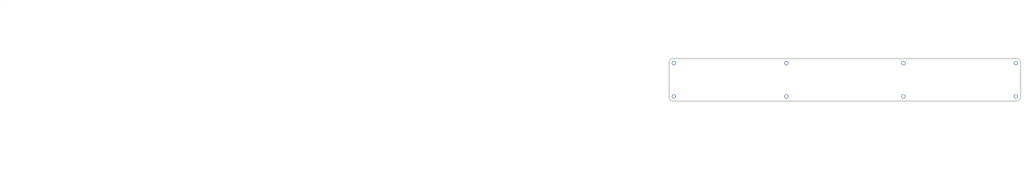
<source format=kicad_pcb>
(kicad_pcb (version 20211014) (generator pcbnew)
  (layers (0 "F.Cu" signal) (31 "B.Cu" signal) (34 "B.Paste" user) (35 "F.Paste" user) (36 "B.SilkS" user "B.Silkscreen") (37 "F.SilkS" user "F.Silkscreen") (38 "B.Mask" user) (39 "F.Mask" user) (44 "Edge.Cuts" user))
  (net 0 "")
  (footprint "Library:CIS_Edge_1" (layer "F.Cu") (at 16.700001 60.8)
    (fp_text reference "REF**" hide)
    (fp_text value "CIS_Edge_1")
    (fp_line (start 3 0) (end 261 0) (layer "Edge.Cuts") (width 1))
    (fp_line (start 0 -29) (end 0 -3) (layer "Edge.Cuts") (width 1))
    (fp_line (start 264 -3) (end 264 -29) (layer "Edge.Cuts") (width 1))
    (fp_line (start 261 -32) (end 3 -32) (layer "Edge.Cuts") (width 1))
    (fp_arc (start 0 -29) (mid 0.87868 -31.12132) (end 3 -32) (layer "Edge.Cuts") (width 1))
    (fp_arc (start 264 -3) (mid 263.12132 -0.87868) (end 261 0) (layer "Edge.Cuts") (width 1))
    (fp_arc (start 261 -32) (mid 263.12132 -31.12132) (end 264 -29) (layer "Edge.Cuts") (width 1))
    (fp_arc (start 3 0) (mid 0.87868 -0.87868) (end 0 -3) (layer "Edge.Cuts") (width 1))
    (pad "" thru_hole circle (at 88 -3.5) (size 3 3) (drill 2.2) (layers *.Cu *.Mask))
    (pad "" thru_hole circle (at 176 -3.5287) (size 3 3) (drill 2.2) (layers *.Cu *.Mask))
    (pad "" thru_hole circle (at 176 -28.5) (size 3 3) (drill 2.2) (layers *.Cu *.Mask))
    (pad "" thru_hole circle (at 260.5 -3.5) (size 3 3) (drill 2.2) (layers *.Cu *.Mask))
    (pad "" thru_hole circle (at 3.5 -3.5) (size 3 3) (drill 2.2) (layers *.Cu *.Mask))
    (pad "" thru_hole circle (at 260.5 -28.5) (size 3 3) (drill 2.2) (layers *.Cu *.Mask))
    (pad "" thru_hole circle (at 88 -28.5) (size 3 3) (drill 2.2) (layers *.Cu *.Mask))
    (pad "" thru_hole circle (at 3.5 -28.5) (size 3 3) (drill 2.2) (layers *.Cu *.Mask))
  )
  (gr_curve (pts (xy -485.901219 -15) (xy -485.901219 -15) (xy -485.901219 -15) (xy -485.901219 -15)) (layer "Edge.Cuts") (width 0.35))
  (gr_curve (pts (xy -485.901219 -15) (xy -485.901219 -15) (xy -485.901219 -15) (xy -485.901219 -15)) (layer "Edge.Cuts") (width 0.35))
  (gr_curve (pts (xy -485.901219 -15) (xy -485.901219 -15) (xy -485.901219 -15) (xy -485.901219 -15)) (layer "Edge.Cuts") (width 0.35))
  (gr_curve (pts (xy -66.8 -15) (xy -66.8 -15) (xy -66.8 -15) (xy -66.8 -15)) (layer "Edge.Cuts") (width 0.35))
)
</source>
